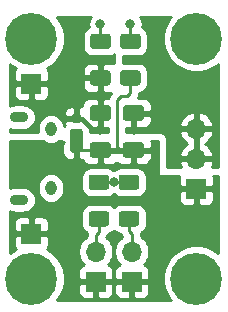
<source format=gbr>
%TF.GenerationSoftware,KiCad,Pcbnew,(5.1.8)-1*%
%TF.CreationDate,2021-01-16T14:03:11-05:00*%
%TF.ProjectId,electronics-li-ion-charger,656c6563-7472-46f6-9e69-63732d6c692d,rev?*%
%TF.SameCoordinates,Original*%
%TF.FileFunction,Copper,L2,Bot*%
%TF.FilePolarity,Positive*%
%FSLAX46Y46*%
G04 Gerber Fmt 4.6, Leading zero omitted, Abs format (unit mm)*
G04 Created by KiCad (PCBNEW (5.1.8)-1) date 2021-01-16 14:03:11*
%MOMM*%
%LPD*%
G01*
G04 APERTURE LIST*
%TA.AperFunction,ComponentPad*%
%ADD10C,4.400000*%
%TD*%
%TA.AperFunction,ComponentPad*%
%ADD11O,1.700000X1.700000*%
%TD*%
%TA.AperFunction,ComponentPad*%
%ADD12R,1.700000X1.700000*%
%TD*%
%TA.AperFunction,ComponentPad*%
%ADD13O,1.550000X0.890000*%
%TD*%
%TA.AperFunction,ComponentPad*%
%ADD14O,0.950000X1.250000*%
%TD*%
%TA.AperFunction,ViaPad*%
%ADD15C,0.800000*%
%TD*%
%TA.AperFunction,Conductor*%
%ADD16C,0.250000*%
%TD*%
%TA.AperFunction,Conductor*%
%ADD17C,0.254000*%
%TD*%
%TA.AperFunction,Conductor*%
%ADD18C,0.100000*%
%TD*%
G04 APERTURE END LIST*
%TO.P,D1,1*%
%TO.N,+5V*%
%TA.AperFunction,SMDPad,CuDef*%
G36*
G01*
X133110000Y-97791000D02*
X133590000Y-97791000D01*
G75*
G02*
X133750000Y-97951000I0J-160000D01*
G01*
X133750000Y-98431000D01*
G75*
G02*
X133590000Y-98591000I-160000J0D01*
G01*
X133110000Y-98591000D01*
G75*
G02*
X132950000Y-98431000I0J160000D01*
G01*
X132950000Y-97951000D01*
G75*
G02*
X133110000Y-97791000I160000J0D01*
G01*
G37*
%TD.AperFunction*%
%TO.P,D1,2*%
%TO.N,GND*%
%TA.AperFunction,SMDPad,CuDef*%
G36*
G01*
X133020000Y-99091000D02*
X133680000Y-99091000D01*
G75*
G02*
X133900000Y-99311000I0J-220000D01*
G01*
X133900000Y-100871000D01*
G75*
G02*
X133680000Y-101091000I-220000J0D01*
G01*
X133020000Y-101091000D01*
G75*
G02*
X132800000Y-100871000I0J220000D01*
G01*
X132800000Y-99311000D01*
G75*
G02*
X133020000Y-99091000I220000J0D01*
G01*
G37*
%TD.AperFunction*%
%TD*%
D10*
%TO.P,M2,1*%
%TO.N,N/C*%
X143510000Y-91440000D03*
%TD*%
%TO.P,M4,1*%
%TO.N,N/C*%
X143510000Y-111760000D03*
%TD*%
%TO.P,M3,1*%
%TO.N,N/C*%
X129540000Y-111760000D03*
%TD*%
%TO.P,M1,1*%
%TO.N,N/C*%
X129540000Y-91440000D03*
%TD*%
%TO.P,R4,2*%
%TO.N,GND*%
%TA.AperFunction,SMDPad,CuDef*%
G36*
G01*
X137297000Y-94118000D02*
X138547000Y-94118000D01*
G75*
G02*
X138797000Y-94368000I0J-250000D01*
G01*
X138797000Y-95168000D01*
G75*
G02*
X138547000Y-95418000I-250000J0D01*
G01*
X137297000Y-95418000D01*
G75*
G02*
X137047000Y-95168000I0J250000D01*
G01*
X137047000Y-94368000D01*
G75*
G02*
X137297000Y-94118000I250000J0D01*
G01*
G37*
%TD.AperFunction*%
%TO.P,R4,1*%
%TO.N,Net-(D3-Pad1)*%
%TA.AperFunction,SMDPad,CuDef*%
G36*
G01*
X137297000Y-91018000D02*
X138547000Y-91018000D01*
G75*
G02*
X138797000Y-91268000I0J-250000D01*
G01*
X138797000Y-92068000D01*
G75*
G02*
X138547000Y-92318000I-250000J0D01*
G01*
X137297000Y-92318000D01*
G75*
G02*
X137047000Y-92068000I0J250000D01*
G01*
X137047000Y-91268000D01*
G75*
G02*
X137297000Y-91018000I250000J0D01*
G01*
G37*
%TD.AperFunction*%
%TD*%
%TO.P,R3,2*%
%TO.N,Net-(D2-Pad2)*%
%TA.AperFunction,SMDPad,CuDef*%
G36*
G01*
X136007000Y-92318000D02*
X134757000Y-92318000D01*
G75*
G02*
X134507000Y-92068000I0J250000D01*
G01*
X134507000Y-91268000D01*
G75*
G02*
X134757000Y-91018000I250000J0D01*
G01*
X136007000Y-91018000D01*
G75*
G02*
X136257000Y-91268000I0J-250000D01*
G01*
X136257000Y-92068000D01*
G75*
G02*
X136007000Y-92318000I-250000J0D01*
G01*
G37*
%TD.AperFunction*%
%TO.P,R3,1*%
%TO.N,+5V*%
%TA.AperFunction,SMDPad,CuDef*%
G36*
G01*
X136007000Y-95418000D02*
X134757000Y-95418000D01*
G75*
G02*
X134507000Y-95168000I0J250000D01*
G01*
X134507000Y-94368000D01*
G75*
G02*
X134757000Y-94118000I250000J0D01*
G01*
X136007000Y-94118000D01*
G75*
G02*
X136257000Y-94368000I0J-250000D01*
G01*
X136257000Y-95168000D01*
G75*
G02*
X136007000Y-95418000I-250000J0D01*
G01*
G37*
%TD.AperFunction*%
%TD*%
%TO.P,R2,2*%
%TO.N,Net-(JP2-Pad2)*%
%TA.AperFunction,SMDPad,CuDef*%
G36*
G01*
X134630000Y-106056000D02*
X135880000Y-106056000D01*
G75*
G02*
X136130000Y-106306000I0J-250000D01*
G01*
X136130000Y-107106000D01*
G75*
G02*
X135880000Y-107356000I-250000J0D01*
G01*
X134630000Y-107356000D01*
G75*
G02*
X134380000Y-107106000I0J250000D01*
G01*
X134380000Y-106306000D01*
G75*
G02*
X134630000Y-106056000I250000J0D01*
G01*
G37*
%TD.AperFunction*%
%TO.P,R2,1*%
%TO.N,PROG*%
%TA.AperFunction,SMDPad,CuDef*%
G36*
G01*
X134630000Y-102956000D02*
X135880000Y-102956000D01*
G75*
G02*
X136130000Y-103206000I0J-250000D01*
G01*
X136130000Y-104006000D01*
G75*
G02*
X135880000Y-104256000I-250000J0D01*
G01*
X134630000Y-104256000D01*
G75*
G02*
X134380000Y-104006000I0J250000D01*
G01*
X134380000Y-103206000D01*
G75*
G02*
X134630000Y-102956000I250000J0D01*
G01*
G37*
%TD.AperFunction*%
%TD*%
%TO.P,R1,2*%
%TO.N,Net-(JP1-Pad2)*%
%TA.AperFunction,SMDPad,CuDef*%
G36*
G01*
X137170000Y-106056000D02*
X138420000Y-106056000D01*
G75*
G02*
X138670000Y-106306000I0J-250000D01*
G01*
X138670000Y-107106000D01*
G75*
G02*
X138420000Y-107356000I-250000J0D01*
G01*
X137170000Y-107356000D01*
G75*
G02*
X136920000Y-107106000I0J250000D01*
G01*
X136920000Y-106306000D01*
G75*
G02*
X137170000Y-106056000I250000J0D01*
G01*
G37*
%TD.AperFunction*%
%TO.P,R1,1*%
%TO.N,PROG*%
%TA.AperFunction,SMDPad,CuDef*%
G36*
G01*
X137170000Y-102956000D02*
X138420000Y-102956000D01*
G75*
G02*
X138670000Y-103206000I0J-250000D01*
G01*
X138670000Y-104006000D01*
G75*
G02*
X138420000Y-104256000I-250000J0D01*
G01*
X137170000Y-104256000D01*
G75*
G02*
X136920000Y-104006000I0J250000D01*
G01*
X136920000Y-103206000D01*
G75*
G02*
X137170000Y-102956000I250000J0D01*
G01*
G37*
%TD.AperFunction*%
%TD*%
D11*
%TO.P,JP2,2*%
%TO.N,Net-(JP2-Pad2)*%
X135001000Y-109474000D03*
D12*
%TO.P,JP2,1*%
%TO.N,GND*%
X135001000Y-112014000D03*
%TD*%
D11*
%TO.P,JP1,2*%
%TO.N,Net-(JP1-Pad2)*%
X138049000Y-109474000D03*
D12*
%TO.P,JP1,1*%
%TO.N,GND*%
X138049000Y-112014000D03*
%TD*%
D11*
%TO.P,J4,3*%
%TO.N,/VBAT*%
X143510000Y-99060000D03*
%TO.P,J4,2*%
X143510000Y-101600000D03*
D12*
%TO.P,J4,1*%
%TO.N,GND*%
X143510000Y-104140000D03*
%TD*%
D13*
%TO.P,J3,6*%
%TO.N,Net-(J3-Pad6)*%
X128494000Y-105100000D03*
X128494000Y-98100000D03*
D14*
X131194000Y-104100000D03*
X131194000Y-99100000D03*
%TD*%
D12*
%TO.P,J2,1*%
%TO.N,GND*%
X129540000Y-107950000D03*
%TD*%
%TO.P,J1,1*%
%TO.N,+5V*%
X129540000Y-95250000D03*
%TD*%
%TO.P,C2,2*%
%TO.N,GND*%
%TA.AperFunction,SMDPad,CuDef*%
G36*
G01*
X137525999Y-100214000D02*
X138826001Y-100214000D01*
G75*
G02*
X139076000Y-100463999I0J-249999D01*
G01*
X139076000Y-101289001D01*
G75*
G02*
X138826001Y-101539000I-249999J0D01*
G01*
X137525999Y-101539000D01*
G75*
G02*
X137276000Y-101289001I0J249999D01*
G01*
X137276000Y-100463999D01*
G75*
G02*
X137525999Y-100214000I249999J0D01*
G01*
G37*
%TD.AperFunction*%
%TO.P,C2,1*%
%TO.N,/VBAT*%
%TA.AperFunction,SMDPad,CuDef*%
G36*
G01*
X137525999Y-97089000D02*
X138826001Y-97089000D01*
G75*
G02*
X139076000Y-97338999I0J-249999D01*
G01*
X139076000Y-98164001D01*
G75*
G02*
X138826001Y-98414000I-249999J0D01*
G01*
X137525999Y-98414000D01*
G75*
G02*
X137276000Y-98164001I0J249999D01*
G01*
X137276000Y-97338999D01*
G75*
G02*
X137525999Y-97089000I249999J0D01*
G01*
G37*
%TD.AperFunction*%
%TD*%
%TO.P,C1,1*%
%TO.N,+5V*%
%TA.AperFunction,SMDPad,CuDef*%
G36*
G01*
X134731999Y-97089000D02*
X136032001Y-97089000D01*
G75*
G02*
X136282000Y-97338999I0J-249999D01*
G01*
X136282000Y-98164001D01*
G75*
G02*
X136032001Y-98414000I-249999J0D01*
G01*
X134731999Y-98414000D01*
G75*
G02*
X134482000Y-98164001I0J249999D01*
G01*
X134482000Y-97338999D01*
G75*
G02*
X134731999Y-97089000I249999J0D01*
G01*
G37*
%TD.AperFunction*%
%TO.P,C1,2*%
%TO.N,GND*%
%TA.AperFunction,SMDPad,CuDef*%
G36*
G01*
X134731999Y-100214000D02*
X136032001Y-100214000D01*
G75*
G02*
X136282000Y-100463999I0J-249999D01*
G01*
X136282000Y-101289001D01*
G75*
G02*
X136032001Y-101539000I-249999J0D01*
G01*
X134731999Y-101539000D01*
G75*
G02*
X134482000Y-101289001I0J249999D01*
G01*
X134482000Y-100463999D01*
G75*
G02*
X134731999Y-100214000I249999J0D01*
G01*
G37*
%TD.AperFunction*%
%TD*%
D15*
%TO.N,GND*%
X139776200Y-102044500D03*
%TO.N,+5V*%
X135382000Y-99161600D03*
%TO.N,PROG*%
X136525000Y-103593900D03*
%TO.N,/VBAT*%
X138188700Y-99161600D03*
%TO.N,Net-(D2-Pad2)*%
X135382000Y-90220800D03*
%TO.N,Net-(D3-Pad1)*%
X137922000Y-90220800D03*
%TD*%
D16*
%TO.N,GND*%
X137922000Y-94768000D02*
X137922000Y-96012000D01*
X137922000Y-96012000D02*
X137668000Y-96266000D01*
X137668000Y-96266000D02*
X137160000Y-96266000D01*
X137160000Y-96266000D02*
X136779000Y-96647000D01*
X136779000Y-96647000D02*
X136779000Y-100584000D01*
X137071500Y-100876500D02*
X138176000Y-100876500D01*
X136779000Y-100584000D02*
X137071500Y-100876500D01*
X133535500Y-100876500D02*
X133350000Y-100691000D01*
X135382000Y-100876500D02*
X133535500Y-100876500D01*
X135382000Y-100876500D02*
X135382000Y-101930200D01*
%TO.N,+5V*%
X133350000Y-98191000D02*
X133839900Y-98191000D01*
X133839900Y-98191000D02*
X134823200Y-99174300D01*
X133350000Y-98191000D02*
X133624000Y-98191000D01*
X133624000Y-98191000D02*
X134581900Y-99148900D01*
%TO.N,PROG*%
X135318500Y-103542500D02*
X135255000Y-103606000D01*
X136511700Y-103606000D02*
X137795000Y-103606000D01*
X135255000Y-103606000D02*
X136511700Y-103606000D01*
X135267100Y-103593900D02*
X135255000Y-103606000D01*
X136525000Y-103593900D02*
X135267100Y-103593900D01*
X137782900Y-103593900D02*
X137795000Y-103606000D01*
X136525000Y-103593900D02*
X137782900Y-103593900D01*
%TO.N,Net-(D2-Pad2)*%
X135382000Y-90220800D02*
X135382000Y-91668000D01*
%TO.N,Net-(D3-Pad1)*%
X137922000Y-90144600D02*
X137922000Y-91668000D01*
%TO.N,Net-(JP1-Pad2)*%
X137795000Y-106706000D02*
X137795000Y-107696000D01*
X138049000Y-107950000D02*
X138049000Y-109474000D01*
X137795000Y-107696000D02*
X138049000Y-107950000D01*
%TO.N,Net-(JP2-Pad2)*%
X135255000Y-106706000D02*
X135255000Y-107823000D01*
X135001000Y-108077000D02*
X135001000Y-109474000D01*
X135255000Y-107823000D02*
X135001000Y-108077000D01*
%TD*%
D17*
%TO.N,GND*%
X130574334Y-100177396D02*
X130767166Y-100280468D01*
X130976402Y-100343938D01*
X131194000Y-100365370D01*
X131411597Y-100343938D01*
X131620833Y-100280468D01*
X131813666Y-100177396D01*
X131906268Y-100101400D01*
X132165000Y-100101400D01*
X132165000Y-100218002D01*
X132323748Y-100218002D01*
X132165000Y-100376750D01*
X132161928Y-101091000D01*
X132174188Y-101215482D01*
X132210498Y-101335180D01*
X132269463Y-101445494D01*
X132348815Y-101542185D01*
X132445506Y-101621537D01*
X132555820Y-101680502D01*
X132675518Y-101716812D01*
X132800000Y-101729072D01*
X133064250Y-101726000D01*
X133223000Y-101567250D01*
X133223000Y-100218000D01*
X133203000Y-100218000D01*
X133203000Y-100101400D01*
X133497000Y-100101400D01*
X133497000Y-100218000D01*
X133477000Y-100218000D01*
X133477000Y-101567250D01*
X133635750Y-101726000D01*
X133876000Y-101728793D01*
X133892498Y-101783180D01*
X133951463Y-101893494D01*
X134030815Y-101990185D01*
X134127506Y-102069537D01*
X134237820Y-102128502D01*
X134357518Y-102164812D01*
X134482000Y-102177072D01*
X135096250Y-102174000D01*
X135255000Y-102015250D01*
X135255000Y-101003500D01*
X135509000Y-101003500D01*
X135509000Y-102015250D01*
X135667750Y-102174000D01*
X136282000Y-102177072D01*
X136406482Y-102164812D01*
X136526180Y-102128502D01*
X136636494Y-102069537D01*
X136733185Y-101990185D01*
X136779000Y-101934359D01*
X136824815Y-101990185D01*
X136921506Y-102069537D01*
X137031820Y-102128502D01*
X137151518Y-102164812D01*
X137276000Y-102177072D01*
X137890250Y-102174000D01*
X138049000Y-102015250D01*
X138049000Y-101003500D01*
X138303000Y-101003500D01*
X138303000Y-102015250D01*
X138461750Y-102174000D01*
X139076000Y-102177072D01*
X139200482Y-102164812D01*
X139320180Y-102128502D01*
X139430494Y-102069537D01*
X139527185Y-101990185D01*
X139606537Y-101893494D01*
X139665502Y-101783180D01*
X139701812Y-101663482D01*
X139714072Y-101539000D01*
X139711000Y-101162250D01*
X139552250Y-101003500D01*
X138303000Y-101003500D01*
X138049000Y-101003500D01*
X136799750Y-101003500D01*
X136779000Y-101024250D01*
X136758250Y-101003500D01*
X135509000Y-101003500D01*
X135255000Y-101003500D01*
X135235000Y-101003500D01*
X135235000Y-100749500D01*
X135255000Y-100749500D01*
X135255000Y-100729500D01*
X135509000Y-100729500D01*
X135509000Y-100749500D01*
X136758250Y-100749500D01*
X136779000Y-100728750D01*
X136799750Y-100749500D01*
X138049000Y-100749500D01*
X138049000Y-100729500D01*
X138303000Y-100729500D01*
X138303000Y-100749500D01*
X139552250Y-100749500D01*
X139711000Y-100590750D01*
X139714072Y-100214000D01*
X139702982Y-100101400D01*
X140258800Y-100101400D01*
X140258800Y-113615000D01*
X131694295Y-113615000D01*
X131742088Y-113567207D01*
X132052344Y-113102876D01*
X132151289Y-112864000D01*
X133512928Y-112864000D01*
X133525188Y-112988482D01*
X133561498Y-113108180D01*
X133620463Y-113218494D01*
X133699815Y-113315185D01*
X133796506Y-113394537D01*
X133906820Y-113453502D01*
X134026518Y-113489812D01*
X134151000Y-113502072D01*
X134715250Y-113499000D01*
X134874000Y-113340250D01*
X134874000Y-112141000D01*
X135128000Y-112141000D01*
X135128000Y-113340250D01*
X135286750Y-113499000D01*
X135851000Y-113502072D01*
X135975482Y-113489812D01*
X136095180Y-113453502D01*
X136205494Y-113394537D01*
X136302185Y-113315185D01*
X136381537Y-113218494D01*
X136440502Y-113108180D01*
X136476812Y-112988482D01*
X136489072Y-112864000D01*
X136560928Y-112864000D01*
X136573188Y-112988482D01*
X136609498Y-113108180D01*
X136668463Y-113218494D01*
X136747815Y-113315185D01*
X136844506Y-113394537D01*
X136954820Y-113453502D01*
X137074518Y-113489812D01*
X137199000Y-113502072D01*
X137763250Y-113499000D01*
X137922000Y-113340250D01*
X137922000Y-112141000D01*
X138176000Y-112141000D01*
X138176000Y-113340250D01*
X138334750Y-113499000D01*
X138899000Y-113502072D01*
X139023482Y-113489812D01*
X139143180Y-113453502D01*
X139253494Y-113394537D01*
X139350185Y-113315185D01*
X139429537Y-113218494D01*
X139488502Y-113108180D01*
X139524812Y-112988482D01*
X139537072Y-112864000D01*
X139534000Y-112299750D01*
X139375250Y-112141000D01*
X138176000Y-112141000D01*
X137922000Y-112141000D01*
X136722750Y-112141000D01*
X136564000Y-112299750D01*
X136560928Y-112864000D01*
X136489072Y-112864000D01*
X136486000Y-112299750D01*
X136327250Y-112141000D01*
X135128000Y-112141000D01*
X134874000Y-112141000D01*
X133674750Y-112141000D01*
X133516000Y-112299750D01*
X133512928Y-112864000D01*
X132151289Y-112864000D01*
X132266052Y-112586939D01*
X132375000Y-112039223D01*
X132375000Y-111480777D01*
X132311989Y-111164000D01*
X133512928Y-111164000D01*
X133516000Y-111728250D01*
X133674750Y-111887000D01*
X134874000Y-111887000D01*
X134874000Y-111867000D01*
X135128000Y-111867000D01*
X135128000Y-111887000D01*
X136327250Y-111887000D01*
X136486000Y-111728250D01*
X136489072Y-111164000D01*
X136476812Y-111039518D01*
X136440502Y-110919820D01*
X136381537Y-110809506D01*
X136302185Y-110712815D01*
X136205494Y-110633463D01*
X136095180Y-110574498D01*
X136022620Y-110552487D01*
X136154475Y-110420632D01*
X136316990Y-110177411D01*
X136428932Y-109907158D01*
X136486000Y-109620260D01*
X136486000Y-109327740D01*
X136428932Y-109040842D01*
X136316990Y-108770589D01*
X136154475Y-108527368D01*
X135947632Y-108320525D01*
X135871570Y-108269702D01*
X135889974Y-108247276D01*
X135960546Y-108115247D01*
X136000916Y-107982163D01*
X136053254Y-107977008D01*
X136219850Y-107926472D01*
X136373386Y-107844405D01*
X136507962Y-107733962D01*
X136525000Y-107713201D01*
X136542038Y-107733962D01*
X136676614Y-107844405D01*
X136830150Y-107926472D01*
X136996746Y-107977008D01*
X137088795Y-107986074D01*
X137089454Y-107988246D01*
X137160026Y-108120276D01*
X137190994Y-108158010D01*
X137245745Y-108224724D01*
X137102368Y-108320525D01*
X136895525Y-108527368D01*
X136733010Y-108770589D01*
X136621068Y-109040842D01*
X136564000Y-109327740D01*
X136564000Y-109620260D01*
X136621068Y-109907158D01*
X136733010Y-110177411D01*
X136895525Y-110420632D01*
X137027380Y-110552487D01*
X136954820Y-110574498D01*
X136844506Y-110633463D01*
X136747815Y-110712815D01*
X136668463Y-110809506D01*
X136609498Y-110919820D01*
X136573188Y-111039518D01*
X136560928Y-111164000D01*
X136564000Y-111728250D01*
X136722750Y-111887000D01*
X137922000Y-111887000D01*
X137922000Y-111867000D01*
X138176000Y-111867000D01*
X138176000Y-111887000D01*
X139375250Y-111887000D01*
X139534000Y-111728250D01*
X139537072Y-111164000D01*
X139524812Y-111039518D01*
X139488502Y-110919820D01*
X139429537Y-110809506D01*
X139350185Y-110712815D01*
X139253494Y-110633463D01*
X139143180Y-110574498D01*
X139070620Y-110552487D01*
X139202475Y-110420632D01*
X139364990Y-110177411D01*
X139476932Y-109907158D01*
X139534000Y-109620260D01*
X139534000Y-109327740D01*
X139476932Y-109040842D01*
X139364990Y-108770589D01*
X139202475Y-108527368D01*
X138995632Y-108320525D01*
X138809000Y-108195822D01*
X138809000Y-107987322D01*
X138812676Y-107949999D01*
X138809000Y-107912676D01*
X138809000Y-107912667D01*
X138807834Y-107900824D01*
X138913386Y-107844405D01*
X139047962Y-107733962D01*
X139158405Y-107599386D01*
X139240472Y-107445850D01*
X139291008Y-107279254D01*
X139308072Y-107106000D01*
X139308072Y-106306000D01*
X139291008Y-106132746D01*
X139240472Y-105966150D01*
X139158405Y-105812614D01*
X139047962Y-105678038D01*
X138913386Y-105567595D01*
X138759850Y-105485528D01*
X138593254Y-105434992D01*
X138420000Y-105417928D01*
X137170000Y-105417928D01*
X136996746Y-105434992D01*
X136830150Y-105485528D01*
X136676614Y-105567595D01*
X136542038Y-105678038D01*
X136525000Y-105698799D01*
X136507962Y-105678038D01*
X136373386Y-105567595D01*
X136219850Y-105485528D01*
X136053254Y-105434992D01*
X135880000Y-105417928D01*
X134630000Y-105417928D01*
X134456746Y-105434992D01*
X134290150Y-105485528D01*
X134136614Y-105567595D01*
X134002038Y-105678038D01*
X133891595Y-105812614D01*
X133809528Y-105966150D01*
X133758992Y-106132746D01*
X133741928Y-106306000D01*
X133741928Y-107106000D01*
X133758992Y-107279254D01*
X133809528Y-107445850D01*
X133891595Y-107599386D01*
X134002038Y-107733962D01*
X134136614Y-107844405D01*
X134257723Y-107909139D01*
X134251997Y-107928015D01*
X134241000Y-108039668D01*
X134241000Y-108039678D01*
X134237324Y-108077000D01*
X134241000Y-108114323D01*
X134241000Y-108195821D01*
X134054368Y-108320525D01*
X133847525Y-108527368D01*
X133685010Y-108770589D01*
X133573068Y-109040842D01*
X133516000Y-109327740D01*
X133516000Y-109620260D01*
X133573068Y-109907158D01*
X133685010Y-110177411D01*
X133847525Y-110420632D01*
X133979380Y-110552487D01*
X133906820Y-110574498D01*
X133796506Y-110633463D01*
X133699815Y-110712815D01*
X133620463Y-110809506D01*
X133561498Y-110919820D01*
X133525188Y-111039518D01*
X133512928Y-111164000D01*
X132311989Y-111164000D01*
X132266052Y-110933061D01*
X132052344Y-110417124D01*
X131742088Y-109952793D01*
X131347207Y-109557912D01*
X130882876Y-109247656D01*
X130853923Y-109235663D01*
X130920537Y-109154494D01*
X130979502Y-109044180D01*
X131015812Y-108924482D01*
X131028072Y-108800000D01*
X131025000Y-108235750D01*
X130866250Y-108077000D01*
X129667000Y-108077000D01*
X129667000Y-108097000D01*
X129413000Y-108097000D01*
X129413000Y-108077000D01*
X128213750Y-108077000D01*
X128055000Y-108235750D01*
X128051928Y-108800000D01*
X128064188Y-108924482D01*
X128100498Y-109044180D01*
X128159463Y-109154494D01*
X128226077Y-109235663D01*
X128197124Y-109247656D01*
X127732793Y-109557912D01*
X127685000Y-109605705D01*
X127685000Y-107100000D01*
X128051928Y-107100000D01*
X128055000Y-107664250D01*
X128213750Y-107823000D01*
X129413000Y-107823000D01*
X129413000Y-106623750D01*
X129667000Y-106623750D01*
X129667000Y-107823000D01*
X130866250Y-107823000D01*
X131025000Y-107664250D01*
X131028072Y-107100000D01*
X131015812Y-106975518D01*
X130979502Y-106855820D01*
X130920537Y-106745506D01*
X130841185Y-106648815D01*
X130744494Y-106569463D01*
X130634180Y-106510498D01*
X130514482Y-106474188D01*
X130390000Y-106461928D01*
X129825750Y-106465000D01*
X129667000Y-106623750D01*
X129413000Y-106623750D01*
X129254250Y-106465000D01*
X128690000Y-106461928D01*
X128565518Y-106474188D01*
X128445820Y-106510498D01*
X128335506Y-106569463D01*
X128238815Y-106648815D01*
X128159463Y-106745506D01*
X128100498Y-106855820D01*
X128064188Y-106975518D01*
X128051928Y-107100000D01*
X127685000Y-107100000D01*
X127685000Y-106068568D01*
X127748702Y-106102617D01*
X127952283Y-106164373D01*
X128110949Y-106180000D01*
X128877051Y-106180000D01*
X129035717Y-106164373D01*
X129239298Y-106102617D01*
X129426919Y-106002332D01*
X129591370Y-105867370D01*
X129726332Y-105702919D01*
X129826617Y-105515298D01*
X129888373Y-105311717D01*
X129909225Y-105100000D01*
X129888373Y-104888283D01*
X129826617Y-104684702D01*
X129726332Y-104497081D01*
X129591370Y-104332630D01*
X129426919Y-104197668D01*
X129239298Y-104097383D01*
X129035717Y-104035627D01*
X128877051Y-104020000D01*
X128110949Y-104020000D01*
X127952283Y-104035627D01*
X127748702Y-104097383D01*
X127685000Y-104131432D01*
X127685000Y-103895479D01*
X130084000Y-103895479D01*
X130084000Y-104304520D01*
X130100062Y-104467597D01*
X130163532Y-104676833D01*
X130266604Y-104869666D01*
X130405314Y-105038686D01*
X130574334Y-105177396D01*
X130767166Y-105280468D01*
X130976402Y-105343938D01*
X131194000Y-105365370D01*
X131411597Y-105343938D01*
X131620833Y-105280468D01*
X131813666Y-105177396D01*
X131982686Y-105038686D01*
X132121396Y-104869666D01*
X132224468Y-104676834D01*
X132287938Y-104467598D01*
X132304000Y-104304521D01*
X132304000Y-103895480D01*
X132287938Y-103732403D01*
X132224468Y-103523167D01*
X132121396Y-103330334D01*
X132019359Y-103206000D01*
X133741928Y-103206000D01*
X133741928Y-104006000D01*
X133758992Y-104179254D01*
X133809528Y-104345850D01*
X133891595Y-104499386D01*
X134002038Y-104633962D01*
X134136614Y-104744405D01*
X134290150Y-104826472D01*
X134456746Y-104877008D01*
X134630000Y-104894072D01*
X135880000Y-104894072D01*
X136053254Y-104877008D01*
X136219850Y-104826472D01*
X136373386Y-104744405D01*
X136507962Y-104633962D01*
X136512116Y-104628900D01*
X136537884Y-104628900D01*
X136542038Y-104633962D01*
X136676614Y-104744405D01*
X136830150Y-104826472D01*
X136996746Y-104877008D01*
X137170000Y-104894072D01*
X138420000Y-104894072D01*
X138593254Y-104877008D01*
X138759850Y-104826472D01*
X138913386Y-104744405D01*
X139047962Y-104633962D01*
X139158405Y-104499386D01*
X139240472Y-104345850D01*
X139291008Y-104179254D01*
X139308072Y-104006000D01*
X139308072Y-103206000D01*
X139291008Y-103032746D01*
X139240472Y-102866150D01*
X139158405Y-102712614D01*
X139047962Y-102578038D01*
X138913386Y-102467595D01*
X138759850Y-102385528D01*
X138593254Y-102334992D01*
X138420000Y-102317928D01*
X137170000Y-102317928D01*
X136996746Y-102334992D01*
X136830150Y-102385528D01*
X136676614Y-102467595D01*
X136565358Y-102558900D01*
X136484642Y-102558900D01*
X136373386Y-102467595D01*
X136219850Y-102385528D01*
X136053254Y-102334992D01*
X135880000Y-102317928D01*
X134630000Y-102317928D01*
X134456746Y-102334992D01*
X134290150Y-102385528D01*
X134136614Y-102467595D01*
X134002038Y-102578038D01*
X133891595Y-102712614D01*
X133809528Y-102866150D01*
X133758992Y-103032746D01*
X133741928Y-103206000D01*
X132019359Y-103206000D01*
X131982686Y-103161314D01*
X131813666Y-103022604D01*
X131620834Y-102919532D01*
X131411598Y-102856062D01*
X131194000Y-102834630D01*
X130976403Y-102856062D01*
X130767167Y-102919532D01*
X130574335Y-103022604D01*
X130405315Y-103161314D01*
X130266604Y-103330334D01*
X130163532Y-103523166D01*
X130100062Y-103732402D01*
X130084000Y-103895479D01*
X127685000Y-103895479D01*
X127685000Y-100101400D01*
X130481732Y-100101400D01*
X130574334Y-100177396D01*
%TA.AperFunction,Conductor*%
D18*
G36*
X130574334Y-100177396D02*
G01*
X130767166Y-100280468D01*
X130976402Y-100343938D01*
X131194000Y-100365370D01*
X131411597Y-100343938D01*
X131620833Y-100280468D01*
X131813666Y-100177396D01*
X131906268Y-100101400D01*
X132165000Y-100101400D01*
X132165000Y-100218002D01*
X132323748Y-100218002D01*
X132165000Y-100376750D01*
X132161928Y-101091000D01*
X132174188Y-101215482D01*
X132210498Y-101335180D01*
X132269463Y-101445494D01*
X132348815Y-101542185D01*
X132445506Y-101621537D01*
X132555820Y-101680502D01*
X132675518Y-101716812D01*
X132800000Y-101729072D01*
X133064250Y-101726000D01*
X133223000Y-101567250D01*
X133223000Y-100218000D01*
X133203000Y-100218000D01*
X133203000Y-100101400D01*
X133497000Y-100101400D01*
X133497000Y-100218000D01*
X133477000Y-100218000D01*
X133477000Y-101567250D01*
X133635750Y-101726000D01*
X133876000Y-101728793D01*
X133892498Y-101783180D01*
X133951463Y-101893494D01*
X134030815Y-101990185D01*
X134127506Y-102069537D01*
X134237820Y-102128502D01*
X134357518Y-102164812D01*
X134482000Y-102177072D01*
X135096250Y-102174000D01*
X135255000Y-102015250D01*
X135255000Y-101003500D01*
X135509000Y-101003500D01*
X135509000Y-102015250D01*
X135667750Y-102174000D01*
X136282000Y-102177072D01*
X136406482Y-102164812D01*
X136526180Y-102128502D01*
X136636494Y-102069537D01*
X136733185Y-101990185D01*
X136779000Y-101934359D01*
X136824815Y-101990185D01*
X136921506Y-102069537D01*
X137031820Y-102128502D01*
X137151518Y-102164812D01*
X137276000Y-102177072D01*
X137890250Y-102174000D01*
X138049000Y-102015250D01*
X138049000Y-101003500D01*
X138303000Y-101003500D01*
X138303000Y-102015250D01*
X138461750Y-102174000D01*
X139076000Y-102177072D01*
X139200482Y-102164812D01*
X139320180Y-102128502D01*
X139430494Y-102069537D01*
X139527185Y-101990185D01*
X139606537Y-101893494D01*
X139665502Y-101783180D01*
X139701812Y-101663482D01*
X139714072Y-101539000D01*
X139711000Y-101162250D01*
X139552250Y-101003500D01*
X138303000Y-101003500D01*
X138049000Y-101003500D01*
X136799750Y-101003500D01*
X136779000Y-101024250D01*
X136758250Y-101003500D01*
X135509000Y-101003500D01*
X135255000Y-101003500D01*
X135235000Y-101003500D01*
X135235000Y-100749500D01*
X135255000Y-100749500D01*
X135255000Y-100729500D01*
X135509000Y-100729500D01*
X135509000Y-100749500D01*
X136758250Y-100749500D01*
X136779000Y-100728750D01*
X136799750Y-100749500D01*
X138049000Y-100749500D01*
X138049000Y-100729500D01*
X138303000Y-100729500D01*
X138303000Y-100749500D01*
X139552250Y-100749500D01*
X139711000Y-100590750D01*
X139714072Y-100214000D01*
X139702982Y-100101400D01*
X140258800Y-100101400D01*
X140258800Y-113615000D01*
X131694295Y-113615000D01*
X131742088Y-113567207D01*
X132052344Y-113102876D01*
X132151289Y-112864000D01*
X133512928Y-112864000D01*
X133525188Y-112988482D01*
X133561498Y-113108180D01*
X133620463Y-113218494D01*
X133699815Y-113315185D01*
X133796506Y-113394537D01*
X133906820Y-113453502D01*
X134026518Y-113489812D01*
X134151000Y-113502072D01*
X134715250Y-113499000D01*
X134874000Y-113340250D01*
X134874000Y-112141000D01*
X135128000Y-112141000D01*
X135128000Y-113340250D01*
X135286750Y-113499000D01*
X135851000Y-113502072D01*
X135975482Y-113489812D01*
X136095180Y-113453502D01*
X136205494Y-113394537D01*
X136302185Y-113315185D01*
X136381537Y-113218494D01*
X136440502Y-113108180D01*
X136476812Y-112988482D01*
X136489072Y-112864000D01*
X136560928Y-112864000D01*
X136573188Y-112988482D01*
X136609498Y-113108180D01*
X136668463Y-113218494D01*
X136747815Y-113315185D01*
X136844506Y-113394537D01*
X136954820Y-113453502D01*
X137074518Y-113489812D01*
X137199000Y-113502072D01*
X137763250Y-113499000D01*
X137922000Y-113340250D01*
X137922000Y-112141000D01*
X138176000Y-112141000D01*
X138176000Y-113340250D01*
X138334750Y-113499000D01*
X138899000Y-113502072D01*
X139023482Y-113489812D01*
X139143180Y-113453502D01*
X139253494Y-113394537D01*
X139350185Y-113315185D01*
X139429537Y-113218494D01*
X139488502Y-113108180D01*
X139524812Y-112988482D01*
X139537072Y-112864000D01*
X139534000Y-112299750D01*
X139375250Y-112141000D01*
X138176000Y-112141000D01*
X137922000Y-112141000D01*
X136722750Y-112141000D01*
X136564000Y-112299750D01*
X136560928Y-112864000D01*
X136489072Y-112864000D01*
X136486000Y-112299750D01*
X136327250Y-112141000D01*
X135128000Y-112141000D01*
X134874000Y-112141000D01*
X133674750Y-112141000D01*
X133516000Y-112299750D01*
X133512928Y-112864000D01*
X132151289Y-112864000D01*
X132266052Y-112586939D01*
X132375000Y-112039223D01*
X132375000Y-111480777D01*
X132311989Y-111164000D01*
X133512928Y-111164000D01*
X133516000Y-111728250D01*
X133674750Y-111887000D01*
X134874000Y-111887000D01*
X134874000Y-111867000D01*
X135128000Y-111867000D01*
X135128000Y-111887000D01*
X136327250Y-111887000D01*
X136486000Y-111728250D01*
X136489072Y-111164000D01*
X136476812Y-111039518D01*
X136440502Y-110919820D01*
X136381537Y-110809506D01*
X136302185Y-110712815D01*
X136205494Y-110633463D01*
X136095180Y-110574498D01*
X136022620Y-110552487D01*
X136154475Y-110420632D01*
X136316990Y-110177411D01*
X136428932Y-109907158D01*
X136486000Y-109620260D01*
X136486000Y-109327740D01*
X136428932Y-109040842D01*
X136316990Y-108770589D01*
X136154475Y-108527368D01*
X135947632Y-108320525D01*
X135871570Y-108269702D01*
X135889974Y-108247276D01*
X135960546Y-108115247D01*
X136000916Y-107982163D01*
X136053254Y-107977008D01*
X136219850Y-107926472D01*
X136373386Y-107844405D01*
X136507962Y-107733962D01*
X136525000Y-107713201D01*
X136542038Y-107733962D01*
X136676614Y-107844405D01*
X136830150Y-107926472D01*
X136996746Y-107977008D01*
X137088795Y-107986074D01*
X137089454Y-107988246D01*
X137160026Y-108120276D01*
X137190994Y-108158010D01*
X137245745Y-108224724D01*
X137102368Y-108320525D01*
X136895525Y-108527368D01*
X136733010Y-108770589D01*
X136621068Y-109040842D01*
X136564000Y-109327740D01*
X136564000Y-109620260D01*
X136621068Y-109907158D01*
X136733010Y-110177411D01*
X136895525Y-110420632D01*
X137027380Y-110552487D01*
X136954820Y-110574498D01*
X136844506Y-110633463D01*
X136747815Y-110712815D01*
X136668463Y-110809506D01*
X136609498Y-110919820D01*
X136573188Y-111039518D01*
X136560928Y-111164000D01*
X136564000Y-111728250D01*
X136722750Y-111887000D01*
X137922000Y-111887000D01*
X137922000Y-111867000D01*
X138176000Y-111867000D01*
X138176000Y-111887000D01*
X139375250Y-111887000D01*
X139534000Y-111728250D01*
X139537072Y-111164000D01*
X139524812Y-111039518D01*
X139488502Y-110919820D01*
X139429537Y-110809506D01*
X139350185Y-110712815D01*
X139253494Y-110633463D01*
X139143180Y-110574498D01*
X139070620Y-110552487D01*
X139202475Y-110420632D01*
X139364990Y-110177411D01*
X139476932Y-109907158D01*
X139534000Y-109620260D01*
X139534000Y-109327740D01*
X139476932Y-109040842D01*
X139364990Y-108770589D01*
X139202475Y-108527368D01*
X138995632Y-108320525D01*
X138809000Y-108195822D01*
X138809000Y-107987322D01*
X138812676Y-107949999D01*
X138809000Y-107912676D01*
X138809000Y-107912667D01*
X138807834Y-107900824D01*
X138913386Y-107844405D01*
X139047962Y-107733962D01*
X139158405Y-107599386D01*
X139240472Y-107445850D01*
X139291008Y-107279254D01*
X139308072Y-107106000D01*
X139308072Y-106306000D01*
X139291008Y-106132746D01*
X139240472Y-105966150D01*
X139158405Y-105812614D01*
X139047962Y-105678038D01*
X138913386Y-105567595D01*
X138759850Y-105485528D01*
X138593254Y-105434992D01*
X138420000Y-105417928D01*
X137170000Y-105417928D01*
X136996746Y-105434992D01*
X136830150Y-105485528D01*
X136676614Y-105567595D01*
X136542038Y-105678038D01*
X136525000Y-105698799D01*
X136507962Y-105678038D01*
X136373386Y-105567595D01*
X136219850Y-105485528D01*
X136053254Y-105434992D01*
X135880000Y-105417928D01*
X134630000Y-105417928D01*
X134456746Y-105434992D01*
X134290150Y-105485528D01*
X134136614Y-105567595D01*
X134002038Y-105678038D01*
X133891595Y-105812614D01*
X133809528Y-105966150D01*
X133758992Y-106132746D01*
X133741928Y-106306000D01*
X133741928Y-107106000D01*
X133758992Y-107279254D01*
X133809528Y-107445850D01*
X133891595Y-107599386D01*
X134002038Y-107733962D01*
X134136614Y-107844405D01*
X134257723Y-107909139D01*
X134251997Y-107928015D01*
X134241000Y-108039668D01*
X134241000Y-108039678D01*
X134237324Y-108077000D01*
X134241000Y-108114323D01*
X134241000Y-108195821D01*
X134054368Y-108320525D01*
X133847525Y-108527368D01*
X133685010Y-108770589D01*
X133573068Y-109040842D01*
X133516000Y-109327740D01*
X133516000Y-109620260D01*
X133573068Y-109907158D01*
X133685010Y-110177411D01*
X133847525Y-110420632D01*
X133979380Y-110552487D01*
X133906820Y-110574498D01*
X133796506Y-110633463D01*
X133699815Y-110712815D01*
X133620463Y-110809506D01*
X133561498Y-110919820D01*
X133525188Y-111039518D01*
X133512928Y-111164000D01*
X132311989Y-111164000D01*
X132266052Y-110933061D01*
X132052344Y-110417124D01*
X131742088Y-109952793D01*
X131347207Y-109557912D01*
X130882876Y-109247656D01*
X130853923Y-109235663D01*
X130920537Y-109154494D01*
X130979502Y-109044180D01*
X131015812Y-108924482D01*
X131028072Y-108800000D01*
X131025000Y-108235750D01*
X130866250Y-108077000D01*
X129667000Y-108077000D01*
X129667000Y-108097000D01*
X129413000Y-108097000D01*
X129413000Y-108077000D01*
X128213750Y-108077000D01*
X128055000Y-108235750D01*
X128051928Y-108800000D01*
X128064188Y-108924482D01*
X128100498Y-109044180D01*
X128159463Y-109154494D01*
X128226077Y-109235663D01*
X128197124Y-109247656D01*
X127732793Y-109557912D01*
X127685000Y-109605705D01*
X127685000Y-107100000D01*
X128051928Y-107100000D01*
X128055000Y-107664250D01*
X128213750Y-107823000D01*
X129413000Y-107823000D01*
X129413000Y-106623750D01*
X129667000Y-106623750D01*
X129667000Y-107823000D01*
X130866250Y-107823000D01*
X131025000Y-107664250D01*
X131028072Y-107100000D01*
X131015812Y-106975518D01*
X130979502Y-106855820D01*
X130920537Y-106745506D01*
X130841185Y-106648815D01*
X130744494Y-106569463D01*
X130634180Y-106510498D01*
X130514482Y-106474188D01*
X130390000Y-106461928D01*
X129825750Y-106465000D01*
X129667000Y-106623750D01*
X129413000Y-106623750D01*
X129254250Y-106465000D01*
X128690000Y-106461928D01*
X128565518Y-106474188D01*
X128445820Y-106510498D01*
X128335506Y-106569463D01*
X128238815Y-106648815D01*
X128159463Y-106745506D01*
X128100498Y-106855820D01*
X128064188Y-106975518D01*
X128051928Y-107100000D01*
X127685000Y-107100000D01*
X127685000Y-106068568D01*
X127748702Y-106102617D01*
X127952283Y-106164373D01*
X128110949Y-106180000D01*
X128877051Y-106180000D01*
X129035717Y-106164373D01*
X129239298Y-106102617D01*
X129426919Y-106002332D01*
X129591370Y-105867370D01*
X129726332Y-105702919D01*
X129826617Y-105515298D01*
X129888373Y-105311717D01*
X129909225Y-105100000D01*
X129888373Y-104888283D01*
X129826617Y-104684702D01*
X129726332Y-104497081D01*
X129591370Y-104332630D01*
X129426919Y-104197668D01*
X129239298Y-104097383D01*
X129035717Y-104035627D01*
X128877051Y-104020000D01*
X128110949Y-104020000D01*
X127952283Y-104035627D01*
X127748702Y-104097383D01*
X127685000Y-104131432D01*
X127685000Y-103895479D01*
X130084000Y-103895479D01*
X130084000Y-104304520D01*
X130100062Y-104467597D01*
X130163532Y-104676833D01*
X130266604Y-104869666D01*
X130405314Y-105038686D01*
X130574334Y-105177396D01*
X130767166Y-105280468D01*
X130976402Y-105343938D01*
X131194000Y-105365370D01*
X131411597Y-105343938D01*
X131620833Y-105280468D01*
X131813666Y-105177396D01*
X131982686Y-105038686D01*
X132121396Y-104869666D01*
X132224468Y-104676834D01*
X132287938Y-104467598D01*
X132304000Y-104304521D01*
X132304000Y-103895480D01*
X132287938Y-103732403D01*
X132224468Y-103523167D01*
X132121396Y-103330334D01*
X132019359Y-103206000D01*
X133741928Y-103206000D01*
X133741928Y-104006000D01*
X133758992Y-104179254D01*
X133809528Y-104345850D01*
X133891595Y-104499386D01*
X134002038Y-104633962D01*
X134136614Y-104744405D01*
X134290150Y-104826472D01*
X134456746Y-104877008D01*
X134630000Y-104894072D01*
X135880000Y-104894072D01*
X136053254Y-104877008D01*
X136219850Y-104826472D01*
X136373386Y-104744405D01*
X136507962Y-104633962D01*
X136512116Y-104628900D01*
X136537884Y-104628900D01*
X136542038Y-104633962D01*
X136676614Y-104744405D01*
X136830150Y-104826472D01*
X136996746Y-104877008D01*
X137170000Y-104894072D01*
X138420000Y-104894072D01*
X138593254Y-104877008D01*
X138759850Y-104826472D01*
X138913386Y-104744405D01*
X139047962Y-104633962D01*
X139158405Y-104499386D01*
X139240472Y-104345850D01*
X139291008Y-104179254D01*
X139308072Y-104006000D01*
X139308072Y-103206000D01*
X139291008Y-103032746D01*
X139240472Y-102866150D01*
X139158405Y-102712614D01*
X139047962Y-102578038D01*
X138913386Y-102467595D01*
X138759850Y-102385528D01*
X138593254Y-102334992D01*
X138420000Y-102317928D01*
X137170000Y-102317928D01*
X136996746Y-102334992D01*
X136830150Y-102385528D01*
X136676614Y-102467595D01*
X136565358Y-102558900D01*
X136484642Y-102558900D01*
X136373386Y-102467595D01*
X136219850Y-102385528D01*
X136053254Y-102334992D01*
X135880000Y-102317928D01*
X134630000Y-102317928D01*
X134456746Y-102334992D01*
X134290150Y-102385528D01*
X134136614Y-102467595D01*
X134002038Y-102578038D01*
X133891595Y-102712614D01*
X133809528Y-102866150D01*
X133758992Y-103032746D01*
X133741928Y-103206000D01*
X132019359Y-103206000D01*
X131982686Y-103161314D01*
X131813666Y-103022604D01*
X131620834Y-102919532D01*
X131411598Y-102856062D01*
X131194000Y-102834630D01*
X130976403Y-102856062D01*
X130767167Y-102919532D01*
X130574335Y-103022604D01*
X130405315Y-103161314D01*
X130266604Y-103330334D01*
X130163532Y-103523166D01*
X130100062Y-103732402D01*
X130084000Y-103895479D01*
X127685000Y-103895479D01*
X127685000Y-100101400D01*
X130481732Y-100101400D01*
X130574334Y-100177396D01*
G37*
%TD.AperFunction*%
%TD*%
D17*
%TO.N,GND*%
X142034188Y-103165518D02*
X142021928Y-103290000D01*
X142025000Y-103854250D01*
X142183750Y-104013000D01*
X143383000Y-104013000D01*
X143383000Y-103993000D01*
X143637000Y-103993000D01*
X143637000Y-104013000D01*
X144836250Y-104013000D01*
X144995000Y-103854250D01*
X144998072Y-103290000D01*
X144985812Y-103165518D01*
X144950103Y-103047800D01*
X145365001Y-103047800D01*
X145365001Y-109605706D01*
X145317207Y-109557912D01*
X144852876Y-109247656D01*
X144336939Y-109033948D01*
X143789223Y-108925000D01*
X143230777Y-108925000D01*
X142683061Y-109033948D01*
X142167124Y-109247656D01*
X141702793Y-109557912D01*
X141307912Y-109952793D01*
X140997656Y-110417124D01*
X140783948Y-110933061D01*
X140675000Y-111480777D01*
X140675000Y-112039223D01*
X140783948Y-112586939D01*
X140997656Y-113102876D01*
X141307912Y-113567207D01*
X141355705Y-113615000D01*
X140335000Y-113615000D01*
X140335000Y-104990000D01*
X142021928Y-104990000D01*
X142034188Y-105114482D01*
X142070498Y-105234180D01*
X142129463Y-105344494D01*
X142208815Y-105441185D01*
X142305506Y-105520537D01*
X142415820Y-105579502D01*
X142535518Y-105615812D01*
X142660000Y-105628072D01*
X143224250Y-105625000D01*
X143383000Y-105466250D01*
X143383000Y-104267000D01*
X143637000Y-104267000D01*
X143637000Y-105466250D01*
X143795750Y-105625000D01*
X144360000Y-105628072D01*
X144484482Y-105615812D01*
X144604180Y-105579502D01*
X144714494Y-105520537D01*
X144811185Y-105441185D01*
X144890537Y-105344494D01*
X144949502Y-105234180D01*
X144985812Y-105114482D01*
X144998072Y-104990000D01*
X144995000Y-104425750D01*
X144836250Y-104267000D01*
X143637000Y-104267000D01*
X143383000Y-104267000D01*
X142183750Y-104267000D01*
X142025000Y-104425750D01*
X142021928Y-104990000D01*
X140335000Y-104990000D01*
X140335000Y-103047800D01*
X142069897Y-103047800D01*
X142034188Y-103165518D01*
%TA.AperFunction,Conductor*%
D18*
G36*
X142034188Y-103165518D02*
G01*
X142021928Y-103290000D01*
X142025000Y-103854250D01*
X142183750Y-104013000D01*
X143383000Y-104013000D01*
X143383000Y-103993000D01*
X143637000Y-103993000D01*
X143637000Y-104013000D01*
X144836250Y-104013000D01*
X144995000Y-103854250D01*
X144998072Y-103290000D01*
X144985812Y-103165518D01*
X144950103Y-103047800D01*
X145365001Y-103047800D01*
X145365001Y-109605706D01*
X145317207Y-109557912D01*
X144852876Y-109247656D01*
X144336939Y-109033948D01*
X143789223Y-108925000D01*
X143230777Y-108925000D01*
X142683061Y-109033948D01*
X142167124Y-109247656D01*
X141702793Y-109557912D01*
X141307912Y-109952793D01*
X140997656Y-110417124D01*
X140783948Y-110933061D01*
X140675000Y-111480777D01*
X140675000Y-112039223D01*
X140783948Y-112586939D01*
X140997656Y-113102876D01*
X141307912Y-113567207D01*
X141355705Y-113615000D01*
X140335000Y-113615000D01*
X140335000Y-104990000D01*
X142021928Y-104990000D01*
X142034188Y-105114482D01*
X142070498Y-105234180D01*
X142129463Y-105344494D01*
X142208815Y-105441185D01*
X142305506Y-105520537D01*
X142415820Y-105579502D01*
X142535518Y-105615812D01*
X142660000Y-105628072D01*
X143224250Y-105625000D01*
X143383000Y-105466250D01*
X143383000Y-104267000D01*
X143637000Y-104267000D01*
X143637000Y-105466250D01*
X143795750Y-105625000D01*
X144360000Y-105628072D01*
X144484482Y-105615812D01*
X144604180Y-105579502D01*
X144714494Y-105520537D01*
X144811185Y-105441185D01*
X144890537Y-105344494D01*
X144949502Y-105234180D01*
X144985812Y-105114482D01*
X144998072Y-104990000D01*
X144995000Y-104425750D01*
X144836250Y-104267000D01*
X143637000Y-104267000D01*
X143383000Y-104267000D01*
X142183750Y-104267000D01*
X142025000Y-104425750D01*
X142021928Y-104990000D01*
X140335000Y-104990000D01*
X140335000Y-103047800D01*
X142069897Y-103047800D01*
X142034188Y-103165518D01*
G37*
%TD.AperFunction*%
%TD*%
D17*
%TO.N,+5V*%
X134464795Y-89730544D02*
X134386774Y-89918902D01*
X134347000Y-90118861D01*
X134347000Y-90322739D01*
X134376178Y-90469428D01*
X134263614Y-90529595D01*
X134129038Y-90640038D01*
X134018595Y-90774614D01*
X133936528Y-90928150D01*
X133885992Y-91094746D01*
X133868928Y-91268000D01*
X133868928Y-92068000D01*
X133885992Y-92241254D01*
X133936528Y-92407850D01*
X134018595Y-92561386D01*
X134129038Y-92695962D01*
X134263614Y-92806405D01*
X134417150Y-92888472D01*
X134583746Y-92939008D01*
X134757000Y-92956072D01*
X136007000Y-92956072D01*
X136180254Y-92939008D01*
X136346850Y-92888472D01*
X136500386Y-92806405D01*
X136525000Y-92786205D01*
X136525000Y-93541230D01*
X136501180Y-93528498D01*
X136381482Y-93492188D01*
X136257000Y-93479928D01*
X135667750Y-93483000D01*
X135509000Y-93641750D01*
X135509000Y-94641000D01*
X135529000Y-94641000D01*
X135529000Y-94895000D01*
X135509000Y-94895000D01*
X135509000Y-95894250D01*
X135667750Y-96053000D01*
X136257000Y-96056072D01*
X136299292Y-96051907D01*
X136268003Y-96083196D01*
X136238999Y-96106999D01*
X136183871Y-96174174D01*
X136144026Y-96222724D01*
X136120894Y-96266001D01*
X136073454Y-96354754D01*
X136043919Y-96452119D01*
X135667750Y-96454000D01*
X135509000Y-96612750D01*
X135509000Y-97624500D01*
X135529000Y-97624500D01*
X135529000Y-97878500D01*
X135509000Y-97878500D01*
X135509000Y-98890250D01*
X135667750Y-99049000D01*
X136019001Y-99050757D01*
X136019001Y-99339400D01*
X134538072Y-99339400D01*
X134538072Y-99311000D01*
X134521584Y-99143598D01*
X134493802Y-99052013D01*
X135096250Y-99049000D01*
X135255000Y-98890250D01*
X135255000Y-97878500D01*
X135235000Y-97878500D01*
X135235000Y-97624500D01*
X135255000Y-97624500D01*
X135255000Y-96612750D01*
X135096250Y-96454000D01*
X134482000Y-96450928D01*
X134357518Y-96463188D01*
X134237820Y-96499498D01*
X134127506Y-96558463D01*
X134030815Y-96637815D01*
X133951463Y-96734506D01*
X133892498Y-96844820D01*
X133856188Y-96964518D01*
X133843928Y-97089000D01*
X133844525Y-97162238D01*
X133750000Y-97152928D01*
X133635750Y-97156000D01*
X133477000Y-97314750D01*
X133477000Y-98064000D01*
X133497000Y-98064000D01*
X133497000Y-98318000D01*
X133477000Y-98318000D01*
X133477000Y-98338000D01*
X133223000Y-98338000D01*
X133223000Y-98318000D01*
X132473750Y-98318000D01*
X132315000Y-98476750D01*
X132311928Y-98591000D01*
X132324188Y-98715482D01*
X132345737Y-98786518D01*
X132306539Y-98834281D01*
X132299305Y-98847814D01*
X132287938Y-98732403D01*
X132224468Y-98523167D01*
X132121396Y-98330334D01*
X131982686Y-98161314D01*
X131813666Y-98022604D01*
X131620834Y-97919532D01*
X131411598Y-97856062D01*
X131194000Y-97834630D01*
X130976403Y-97856062D01*
X130767167Y-97919532D01*
X130574335Y-98022604D01*
X130405315Y-98161314D01*
X130266604Y-98330334D01*
X130163532Y-98523166D01*
X130100062Y-98732402D01*
X130084000Y-98895479D01*
X130084000Y-99304520D01*
X130087435Y-99339400D01*
X127685000Y-99339400D01*
X127685000Y-99068568D01*
X127748702Y-99102617D01*
X127952283Y-99164373D01*
X128110949Y-99180000D01*
X128877051Y-99180000D01*
X129035717Y-99164373D01*
X129239298Y-99102617D01*
X129426919Y-99002332D01*
X129591370Y-98867370D01*
X129726332Y-98702919D01*
X129826617Y-98515298D01*
X129888373Y-98311717D01*
X129909225Y-98100000D01*
X129888373Y-97888283D01*
X129858863Y-97791000D01*
X132311928Y-97791000D01*
X132315000Y-97905250D01*
X132473750Y-98064000D01*
X133223000Y-98064000D01*
X133223000Y-97314750D01*
X133064250Y-97156000D01*
X132950000Y-97152928D01*
X132825518Y-97165188D01*
X132705820Y-97201498D01*
X132595506Y-97260463D01*
X132498815Y-97339815D01*
X132419463Y-97436506D01*
X132360498Y-97546820D01*
X132324188Y-97666518D01*
X132311928Y-97791000D01*
X129858863Y-97791000D01*
X129826617Y-97684702D01*
X129726332Y-97497081D01*
X129591370Y-97332630D01*
X129426919Y-97197668D01*
X129239298Y-97097383D01*
X129035717Y-97035627D01*
X128877051Y-97020000D01*
X128110949Y-97020000D01*
X127952283Y-97035627D01*
X127748702Y-97097383D01*
X127685000Y-97131432D01*
X127685000Y-96100000D01*
X128051928Y-96100000D01*
X128064188Y-96224482D01*
X128100498Y-96344180D01*
X128159463Y-96454494D01*
X128238815Y-96551185D01*
X128335506Y-96630537D01*
X128445820Y-96689502D01*
X128565518Y-96725812D01*
X128690000Y-96738072D01*
X129254250Y-96735000D01*
X129413000Y-96576250D01*
X129413000Y-95377000D01*
X129667000Y-95377000D01*
X129667000Y-96576250D01*
X129825750Y-96735000D01*
X130390000Y-96738072D01*
X130514482Y-96725812D01*
X130634180Y-96689502D01*
X130744494Y-96630537D01*
X130841185Y-96551185D01*
X130920537Y-96454494D01*
X130979502Y-96344180D01*
X131015812Y-96224482D01*
X131028072Y-96100000D01*
X131025000Y-95535750D01*
X130907250Y-95418000D01*
X133868928Y-95418000D01*
X133881188Y-95542482D01*
X133917498Y-95662180D01*
X133976463Y-95772494D01*
X134055815Y-95869185D01*
X134152506Y-95948537D01*
X134262820Y-96007502D01*
X134382518Y-96043812D01*
X134507000Y-96056072D01*
X135096250Y-96053000D01*
X135255000Y-95894250D01*
X135255000Y-94895000D01*
X134030750Y-94895000D01*
X133872000Y-95053750D01*
X133868928Y-95418000D01*
X130907250Y-95418000D01*
X130866250Y-95377000D01*
X129667000Y-95377000D01*
X129413000Y-95377000D01*
X128213750Y-95377000D01*
X128055000Y-95535750D01*
X128051928Y-96100000D01*
X127685000Y-96100000D01*
X127685000Y-93594295D01*
X127732793Y-93642088D01*
X128197124Y-93952344D01*
X128226077Y-93964337D01*
X128159463Y-94045506D01*
X128100498Y-94155820D01*
X128064188Y-94275518D01*
X128051928Y-94400000D01*
X128055000Y-94964250D01*
X128213750Y-95123000D01*
X129413000Y-95123000D01*
X129413000Y-95103000D01*
X129667000Y-95103000D01*
X129667000Y-95123000D01*
X130866250Y-95123000D01*
X131025000Y-94964250D01*
X131028072Y-94400000D01*
X131015812Y-94275518D01*
X130979502Y-94155820D01*
X130959287Y-94118000D01*
X133868928Y-94118000D01*
X133872000Y-94482250D01*
X134030750Y-94641000D01*
X135255000Y-94641000D01*
X135255000Y-93641750D01*
X135096250Y-93483000D01*
X134507000Y-93479928D01*
X134382518Y-93492188D01*
X134262820Y-93528498D01*
X134152506Y-93587463D01*
X134055815Y-93666815D01*
X133976463Y-93763506D01*
X133917498Y-93873820D01*
X133881188Y-93993518D01*
X133868928Y-94118000D01*
X130959287Y-94118000D01*
X130920537Y-94045506D01*
X130853923Y-93964337D01*
X130882876Y-93952344D01*
X131347207Y-93642088D01*
X131742088Y-93247207D01*
X132052344Y-92782876D01*
X132266052Y-92266939D01*
X132375000Y-91719223D01*
X132375000Y-91160777D01*
X132266052Y-90613061D01*
X132052344Y-90097124D01*
X131742088Y-89632793D01*
X131694295Y-89585000D01*
X134562044Y-89585000D01*
X134464795Y-89730544D01*
%TA.AperFunction,Conductor*%
D18*
G36*
X134464795Y-89730544D02*
G01*
X134386774Y-89918902D01*
X134347000Y-90118861D01*
X134347000Y-90322739D01*
X134376178Y-90469428D01*
X134263614Y-90529595D01*
X134129038Y-90640038D01*
X134018595Y-90774614D01*
X133936528Y-90928150D01*
X133885992Y-91094746D01*
X133868928Y-91268000D01*
X133868928Y-92068000D01*
X133885992Y-92241254D01*
X133936528Y-92407850D01*
X134018595Y-92561386D01*
X134129038Y-92695962D01*
X134263614Y-92806405D01*
X134417150Y-92888472D01*
X134583746Y-92939008D01*
X134757000Y-92956072D01*
X136007000Y-92956072D01*
X136180254Y-92939008D01*
X136346850Y-92888472D01*
X136500386Y-92806405D01*
X136525000Y-92786205D01*
X136525000Y-93541230D01*
X136501180Y-93528498D01*
X136381482Y-93492188D01*
X136257000Y-93479928D01*
X135667750Y-93483000D01*
X135509000Y-93641750D01*
X135509000Y-94641000D01*
X135529000Y-94641000D01*
X135529000Y-94895000D01*
X135509000Y-94895000D01*
X135509000Y-95894250D01*
X135667750Y-96053000D01*
X136257000Y-96056072D01*
X136299292Y-96051907D01*
X136268003Y-96083196D01*
X136238999Y-96106999D01*
X136183871Y-96174174D01*
X136144026Y-96222724D01*
X136120894Y-96266001D01*
X136073454Y-96354754D01*
X136043919Y-96452119D01*
X135667750Y-96454000D01*
X135509000Y-96612750D01*
X135509000Y-97624500D01*
X135529000Y-97624500D01*
X135529000Y-97878500D01*
X135509000Y-97878500D01*
X135509000Y-98890250D01*
X135667750Y-99049000D01*
X136019001Y-99050757D01*
X136019001Y-99339400D01*
X134538072Y-99339400D01*
X134538072Y-99311000D01*
X134521584Y-99143598D01*
X134493802Y-99052013D01*
X135096250Y-99049000D01*
X135255000Y-98890250D01*
X135255000Y-97878500D01*
X135235000Y-97878500D01*
X135235000Y-97624500D01*
X135255000Y-97624500D01*
X135255000Y-96612750D01*
X135096250Y-96454000D01*
X134482000Y-96450928D01*
X134357518Y-96463188D01*
X134237820Y-96499498D01*
X134127506Y-96558463D01*
X134030815Y-96637815D01*
X133951463Y-96734506D01*
X133892498Y-96844820D01*
X133856188Y-96964518D01*
X133843928Y-97089000D01*
X133844525Y-97162238D01*
X133750000Y-97152928D01*
X133635750Y-97156000D01*
X133477000Y-97314750D01*
X133477000Y-98064000D01*
X133497000Y-98064000D01*
X133497000Y-98318000D01*
X133477000Y-98318000D01*
X133477000Y-98338000D01*
X133223000Y-98338000D01*
X133223000Y-98318000D01*
X132473750Y-98318000D01*
X132315000Y-98476750D01*
X132311928Y-98591000D01*
X132324188Y-98715482D01*
X132345737Y-98786518D01*
X132306539Y-98834281D01*
X132299305Y-98847814D01*
X132287938Y-98732403D01*
X132224468Y-98523167D01*
X132121396Y-98330334D01*
X131982686Y-98161314D01*
X131813666Y-98022604D01*
X131620834Y-97919532D01*
X131411598Y-97856062D01*
X131194000Y-97834630D01*
X130976403Y-97856062D01*
X130767167Y-97919532D01*
X130574335Y-98022604D01*
X130405315Y-98161314D01*
X130266604Y-98330334D01*
X130163532Y-98523166D01*
X130100062Y-98732402D01*
X130084000Y-98895479D01*
X130084000Y-99304520D01*
X130087435Y-99339400D01*
X127685000Y-99339400D01*
X127685000Y-99068568D01*
X127748702Y-99102617D01*
X127952283Y-99164373D01*
X128110949Y-99180000D01*
X128877051Y-99180000D01*
X129035717Y-99164373D01*
X129239298Y-99102617D01*
X129426919Y-99002332D01*
X129591370Y-98867370D01*
X129726332Y-98702919D01*
X129826617Y-98515298D01*
X129888373Y-98311717D01*
X129909225Y-98100000D01*
X129888373Y-97888283D01*
X129858863Y-97791000D01*
X132311928Y-97791000D01*
X132315000Y-97905250D01*
X132473750Y-98064000D01*
X133223000Y-98064000D01*
X133223000Y-97314750D01*
X133064250Y-97156000D01*
X132950000Y-97152928D01*
X132825518Y-97165188D01*
X132705820Y-97201498D01*
X132595506Y-97260463D01*
X132498815Y-97339815D01*
X132419463Y-97436506D01*
X132360498Y-97546820D01*
X132324188Y-97666518D01*
X132311928Y-97791000D01*
X129858863Y-97791000D01*
X129826617Y-97684702D01*
X129726332Y-97497081D01*
X129591370Y-97332630D01*
X129426919Y-97197668D01*
X129239298Y-97097383D01*
X129035717Y-97035627D01*
X128877051Y-97020000D01*
X128110949Y-97020000D01*
X127952283Y-97035627D01*
X127748702Y-97097383D01*
X127685000Y-97131432D01*
X127685000Y-96100000D01*
X128051928Y-96100000D01*
X128064188Y-96224482D01*
X128100498Y-96344180D01*
X128159463Y-96454494D01*
X128238815Y-96551185D01*
X128335506Y-96630537D01*
X128445820Y-96689502D01*
X128565518Y-96725812D01*
X128690000Y-96738072D01*
X129254250Y-96735000D01*
X129413000Y-96576250D01*
X129413000Y-95377000D01*
X129667000Y-95377000D01*
X129667000Y-96576250D01*
X129825750Y-96735000D01*
X130390000Y-96738072D01*
X130514482Y-96725812D01*
X130634180Y-96689502D01*
X130744494Y-96630537D01*
X130841185Y-96551185D01*
X130920537Y-96454494D01*
X130979502Y-96344180D01*
X131015812Y-96224482D01*
X131028072Y-96100000D01*
X131025000Y-95535750D01*
X130907250Y-95418000D01*
X133868928Y-95418000D01*
X133881188Y-95542482D01*
X133917498Y-95662180D01*
X133976463Y-95772494D01*
X134055815Y-95869185D01*
X134152506Y-95948537D01*
X134262820Y-96007502D01*
X134382518Y-96043812D01*
X134507000Y-96056072D01*
X135096250Y-96053000D01*
X135255000Y-95894250D01*
X135255000Y-94895000D01*
X134030750Y-94895000D01*
X133872000Y-95053750D01*
X133868928Y-95418000D01*
X130907250Y-95418000D01*
X130866250Y-95377000D01*
X129667000Y-95377000D01*
X129413000Y-95377000D01*
X128213750Y-95377000D01*
X128055000Y-95535750D01*
X128051928Y-96100000D01*
X127685000Y-96100000D01*
X127685000Y-93594295D01*
X127732793Y-93642088D01*
X128197124Y-93952344D01*
X128226077Y-93964337D01*
X128159463Y-94045506D01*
X128100498Y-94155820D01*
X128064188Y-94275518D01*
X128051928Y-94400000D01*
X128055000Y-94964250D01*
X128213750Y-95123000D01*
X129413000Y-95123000D01*
X129413000Y-95103000D01*
X129667000Y-95103000D01*
X129667000Y-95123000D01*
X130866250Y-95123000D01*
X131025000Y-94964250D01*
X131028072Y-94400000D01*
X131015812Y-94275518D01*
X130979502Y-94155820D01*
X130959287Y-94118000D01*
X133868928Y-94118000D01*
X133872000Y-94482250D01*
X134030750Y-94641000D01*
X135255000Y-94641000D01*
X135255000Y-93641750D01*
X135096250Y-93483000D01*
X134507000Y-93479928D01*
X134382518Y-93492188D01*
X134262820Y-93528498D01*
X134152506Y-93587463D01*
X134055815Y-93666815D01*
X133976463Y-93763506D01*
X133917498Y-93873820D01*
X133881188Y-93993518D01*
X133868928Y-94118000D01*
X130959287Y-94118000D01*
X130920537Y-94045506D01*
X130853923Y-93964337D01*
X130882876Y-93952344D01*
X131347207Y-93642088D01*
X131742088Y-93247207D01*
X132052344Y-92782876D01*
X132266052Y-92266939D01*
X132375000Y-91719223D01*
X132375000Y-91160777D01*
X132266052Y-90613061D01*
X132052344Y-90097124D01*
X131742088Y-89632793D01*
X131694295Y-89585000D01*
X134562044Y-89585000D01*
X134464795Y-89730544D01*
G37*
%TD.AperFunction*%
%TD*%
D17*
%TO.N,/VBAT*%
X141307912Y-89632793D02*
X140997656Y-90097124D01*
X140783948Y-90613061D01*
X140675000Y-91160777D01*
X140675000Y-91719223D01*
X140783948Y-92266939D01*
X140997656Y-92782876D01*
X141307912Y-93247207D01*
X141702793Y-93642088D01*
X142167124Y-93952344D01*
X142683061Y-94166052D01*
X143230777Y-94275000D01*
X143789223Y-94275000D01*
X144336939Y-94166052D01*
X144852876Y-93952344D01*
X145317207Y-93642088D01*
X145365000Y-93594295D01*
X145365001Y-102285800D01*
X144820279Y-102285800D01*
X144906825Y-102104099D01*
X144951476Y-101956890D01*
X144830155Y-101727000D01*
X143637000Y-101727000D01*
X143637000Y-101747000D01*
X143383000Y-101747000D01*
X143383000Y-101727000D01*
X142189845Y-101727000D01*
X142068524Y-101956890D01*
X142113175Y-102104099D01*
X142199721Y-102285800D01*
X141020800Y-102285800D01*
X141020800Y-99974400D01*
X141008599Y-99850518D01*
X140972464Y-99731396D01*
X140913783Y-99621613D01*
X140834813Y-99525387D01*
X140738587Y-99446417D01*
X140683347Y-99416890D01*
X142068524Y-99416890D01*
X142113175Y-99564099D01*
X142238359Y-99826920D01*
X142412412Y-100060269D01*
X142628645Y-100255178D01*
X142754255Y-100330000D01*
X142628645Y-100404822D01*
X142412412Y-100599731D01*
X142238359Y-100833080D01*
X142113175Y-101095901D01*
X142068524Y-101243110D01*
X142189845Y-101473000D01*
X143383000Y-101473000D01*
X143383000Y-99187000D01*
X143637000Y-99187000D01*
X143637000Y-101473000D01*
X144830155Y-101473000D01*
X144951476Y-101243110D01*
X144906825Y-101095901D01*
X144781641Y-100833080D01*
X144607588Y-100599731D01*
X144391355Y-100404822D01*
X144265745Y-100330000D01*
X144391355Y-100255178D01*
X144607588Y-100060269D01*
X144781641Y-99826920D01*
X144906825Y-99564099D01*
X144951476Y-99416890D01*
X144830155Y-99187000D01*
X143637000Y-99187000D01*
X143383000Y-99187000D01*
X142189845Y-99187000D01*
X142068524Y-99416890D01*
X140683347Y-99416890D01*
X140628804Y-99387736D01*
X140509682Y-99351601D01*
X140385800Y-99339400D01*
X137539000Y-99339400D01*
X137539000Y-99050757D01*
X137890250Y-99049000D01*
X138049000Y-98890250D01*
X138049000Y-97878500D01*
X138303000Y-97878500D01*
X138303000Y-98890250D01*
X138461750Y-99049000D01*
X139076000Y-99052072D01*
X139200482Y-99039812D01*
X139320180Y-99003502D01*
X139430494Y-98944537D01*
X139527185Y-98865185D01*
X139606537Y-98768494D01*
X139641486Y-98703110D01*
X142068524Y-98703110D01*
X142189845Y-98933000D01*
X143383000Y-98933000D01*
X143383000Y-97739186D01*
X143637000Y-97739186D01*
X143637000Y-98933000D01*
X144830155Y-98933000D01*
X144951476Y-98703110D01*
X144906825Y-98555901D01*
X144781641Y-98293080D01*
X144607588Y-98059731D01*
X144391355Y-97864822D01*
X144141252Y-97715843D01*
X143866891Y-97618519D01*
X143637000Y-97739186D01*
X143383000Y-97739186D01*
X143153109Y-97618519D01*
X142878748Y-97715843D01*
X142628645Y-97864822D01*
X142412412Y-98059731D01*
X142238359Y-98293080D01*
X142113175Y-98555901D01*
X142068524Y-98703110D01*
X139641486Y-98703110D01*
X139665502Y-98658180D01*
X139701812Y-98538482D01*
X139714072Y-98414000D01*
X139711000Y-98037250D01*
X139552250Y-97878500D01*
X138303000Y-97878500D01*
X138049000Y-97878500D01*
X138029000Y-97878500D01*
X138029000Y-97624500D01*
X138049000Y-97624500D01*
X138049000Y-97604500D01*
X138303000Y-97604500D01*
X138303000Y-97624500D01*
X139552250Y-97624500D01*
X139711000Y-97465750D01*
X139714072Y-97089000D01*
X139701812Y-96964518D01*
X139665502Y-96844820D01*
X139606537Y-96734506D01*
X139527185Y-96637815D01*
X139430494Y-96558463D01*
X139320180Y-96499498D01*
X139200482Y-96463188D01*
X139076000Y-96450928D01*
X138542761Y-96453595D01*
X138556974Y-96436276D01*
X138627546Y-96304247D01*
X138671003Y-96160986D01*
X138682000Y-96049333D01*
X138682000Y-96049324D01*
X138682651Y-96042712D01*
X138720254Y-96039008D01*
X138886850Y-95988472D01*
X139040386Y-95906405D01*
X139174962Y-95795962D01*
X139285405Y-95661386D01*
X139367472Y-95507850D01*
X139418008Y-95341254D01*
X139435072Y-95168000D01*
X139435072Y-94368000D01*
X139418008Y-94194746D01*
X139367472Y-94028150D01*
X139285405Y-93874614D01*
X139174962Y-93740038D01*
X139040386Y-93629595D01*
X138886850Y-93547528D01*
X138720254Y-93496992D01*
X138547000Y-93479928D01*
X137297000Y-93479928D01*
X137287000Y-93480913D01*
X137287000Y-92955087D01*
X137297000Y-92956072D01*
X138547000Y-92956072D01*
X138720254Y-92939008D01*
X138886850Y-92888472D01*
X139040386Y-92806405D01*
X139174962Y-92695962D01*
X139285405Y-92561386D01*
X139367472Y-92407850D01*
X139418008Y-92241254D01*
X139435072Y-92068000D01*
X139435072Y-91268000D01*
X139418008Y-91094746D01*
X139367472Y-90928150D01*
X139285405Y-90774614D01*
X139174962Y-90640038D01*
X139040386Y-90529595D01*
X138927822Y-90469428D01*
X138957000Y-90322739D01*
X138957000Y-90118861D01*
X138917226Y-89918902D01*
X138839205Y-89730544D01*
X138741956Y-89585000D01*
X141355705Y-89585000D01*
X141307912Y-89632793D01*
%TA.AperFunction,Conductor*%
D18*
G36*
X141307912Y-89632793D02*
G01*
X140997656Y-90097124D01*
X140783948Y-90613061D01*
X140675000Y-91160777D01*
X140675000Y-91719223D01*
X140783948Y-92266939D01*
X140997656Y-92782876D01*
X141307912Y-93247207D01*
X141702793Y-93642088D01*
X142167124Y-93952344D01*
X142683061Y-94166052D01*
X143230777Y-94275000D01*
X143789223Y-94275000D01*
X144336939Y-94166052D01*
X144852876Y-93952344D01*
X145317207Y-93642088D01*
X145365000Y-93594295D01*
X145365001Y-102285800D01*
X144820279Y-102285800D01*
X144906825Y-102104099D01*
X144951476Y-101956890D01*
X144830155Y-101727000D01*
X143637000Y-101727000D01*
X143637000Y-101747000D01*
X143383000Y-101747000D01*
X143383000Y-101727000D01*
X142189845Y-101727000D01*
X142068524Y-101956890D01*
X142113175Y-102104099D01*
X142199721Y-102285800D01*
X141020800Y-102285800D01*
X141020800Y-99974400D01*
X141008599Y-99850518D01*
X140972464Y-99731396D01*
X140913783Y-99621613D01*
X140834813Y-99525387D01*
X140738587Y-99446417D01*
X140683347Y-99416890D01*
X142068524Y-99416890D01*
X142113175Y-99564099D01*
X142238359Y-99826920D01*
X142412412Y-100060269D01*
X142628645Y-100255178D01*
X142754255Y-100330000D01*
X142628645Y-100404822D01*
X142412412Y-100599731D01*
X142238359Y-100833080D01*
X142113175Y-101095901D01*
X142068524Y-101243110D01*
X142189845Y-101473000D01*
X143383000Y-101473000D01*
X143383000Y-99187000D01*
X143637000Y-99187000D01*
X143637000Y-101473000D01*
X144830155Y-101473000D01*
X144951476Y-101243110D01*
X144906825Y-101095901D01*
X144781641Y-100833080D01*
X144607588Y-100599731D01*
X144391355Y-100404822D01*
X144265745Y-100330000D01*
X144391355Y-100255178D01*
X144607588Y-100060269D01*
X144781641Y-99826920D01*
X144906825Y-99564099D01*
X144951476Y-99416890D01*
X144830155Y-99187000D01*
X143637000Y-99187000D01*
X143383000Y-99187000D01*
X142189845Y-99187000D01*
X142068524Y-99416890D01*
X140683347Y-99416890D01*
X140628804Y-99387736D01*
X140509682Y-99351601D01*
X140385800Y-99339400D01*
X137539000Y-99339400D01*
X137539000Y-99050757D01*
X137890250Y-99049000D01*
X138049000Y-98890250D01*
X138049000Y-97878500D01*
X138303000Y-97878500D01*
X138303000Y-98890250D01*
X138461750Y-99049000D01*
X139076000Y-99052072D01*
X139200482Y-99039812D01*
X139320180Y-99003502D01*
X139430494Y-98944537D01*
X139527185Y-98865185D01*
X139606537Y-98768494D01*
X139641486Y-98703110D01*
X142068524Y-98703110D01*
X142189845Y-98933000D01*
X143383000Y-98933000D01*
X143383000Y-97739186D01*
X143637000Y-97739186D01*
X143637000Y-98933000D01*
X144830155Y-98933000D01*
X144951476Y-98703110D01*
X144906825Y-98555901D01*
X144781641Y-98293080D01*
X144607588Y-98059731D01*
X144391355Y-97864822D01*
X144141252Y-97715843D01*
X143866891Y-97618519D01*
X143637000Y-97739186D01*
X143383000Y-97739186D01*
X143153109Y-97618519D01*
X142878748Y-97715843D01*
X142628645Y-97864822D01*
X142412412Y-98059731D01*
X142238359Y-98293080D01*
X142113175Y-98555901D01*
X142068524Y-98703110D01*
X139641486Y-98703110D01*
X139665502Y-98658180D01*
X139701812Y-98538482D01*
X139714072Y-98414000D01*
X139711000Y-98037250D01*
X139552250Y-97878500D01*
X138303000Y-97878500D01*
X138049000Y-97878500D01*
X138029000Y-97878500D01*
X138029000Y-97624500D01*
X138049000Y-97624500D01*
X138049000Y-97604500D01*
X138303000Y-97604500D01*
X138303000Y-97624500D01*
X139552250Y-97624500D01*
X139711000Y-97465750D01*
X139714072Y-97089000D01*
X139701812Y-96964518D01*
X139665502Y-96844820D01*
X139606537Y-96734506D01*
X139527185Y-96637815D01*
X139430494Y-96558463D01*
X139320180Y-96499498D01*
X139200482Y-96463188D01*
X139076000Y-96450928D01*
X138542761Y-96453595D01*
X138556974Y-96436276D01*
X138627546Y-96304247D01*
X138671003Y-96160986D01*
X138682000Y-96049333D01*
X138682000Y-96049324D01*
X138682651Y-96042712D01*
X138720254Y-96039008D01*
X138886850Y-95988472D01*
X139040386Y-95906405D01*
X139174962Y-95795962D01*
X139285405Y-95661386D01*
X139367472Y-95507850D01*
X139418008Y-95341254D01*
X139435072Y-95168000D01*
X139435072Y-94368000D01*
X139418008Y-94194746D01*
X139367472Y-94028150D01*
X139285405Y-93874614D01*
X139174962Y-93740038D01*
X139040386Y-93629595D01*
X138886850Y-93547528D01*
X138720254Y-93496992D01*
X138547000Y-93479928D01*
X137297000Y-93479928D01*
X137287000Y-93480913D01*
X137287000Y-92955087D01*
X137297000Y-92956072D01*
X138547000Y-92956072D01*
X138720254Y-92939008D01*
X138886850Y-92888472D01*
X139040386Y-92806405D01*
X139174962Y-92695962D01*
X139285405Y-92561386D01*
X139367472Y-92407850D01*
X139418008Y-92241254D01*
X139435072Y-92068000D01*
X139435072Y-91268000D01*
X139418008Y-91094746D01*
X139367472Y-90928150D01*
X139285405Y-90774614D01*
X139174962Y-90640038D01*
X139040386Y-90529595D01*
X138927822Y-90469428D01*
X138957000Y-90322739D01*
X138957000Y-90118861D01*
X138917226Y-89918902D01*
X138839205Y-89730544D01*
X138741956Y-89585000D01*
X141355705Y-89585000D01*
X141307912Y-89632793D01*
G37*
%TD.AperFunction*%
%TD*%
M02*

</source>
